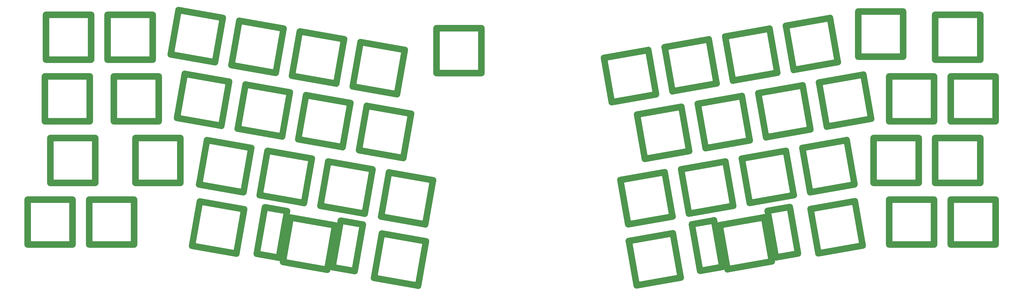
<source format=gbr>
G04 #@! TF.GenerationSoftware,KiCad,Pcbnew,(6.0.0-0)*
G04 #@! TF.CreationDate,2022-01-02T14:55:06+09:00*
G04 #@! TF.ProjectId,aliceball,616c6963-6562-4616-9c6c-2e6b69636164,rev?*
G04 #@! TF.SameCoordinates,Original*
G04 #@! TF.FileFunction,Copper,L1,Top*
G04 #@! TF.FilePolarity,Positive*
%FSLAX46Y46*%
G04 Gerber Fmt 4.6, Leading zero omitted, Abs format (unit mm)*
G04 Created by KiCad (PCBNEW (6.0.0-0)) date 2022-01-02 14:55:06*
%MOMM*%
%LPD*%
G01*
G04 APERTURE LIST*
G04 Aperture macros list*
%AMHorizOval*
0 Thick line with rounded ends*
0 $1 width*
0 $2 $3 position (X,Y) of the first rounded end (center of the circle)*
0 $4 $5 position (X,Y) of the second rounded end (center of the circle)*
0 Add line between two ends*
20,1,$1,$2,$3,$4,$5,0*
0 Add two circle primitives to create the rounded ends*
1,1,$1,$2,$3*
1,1,$1,$4,$5*%
G04 Aperture macros list end*
G04 #@! TA.AperFunction,ComponentPad*
%ADD10O,15.900000X2.000000*%
G04 #@! TD*
G04 #@! TA.AperFunction,ComponentPad*
%ADD11O,2.000000X15.900000*%
G04 #@! TD*
G04 #@! TA.AperFunction,ComponentPad*
%ADD12HorizOval,2.000000X-3.397587X0.599086X3.397587X-0.599086X0*%
G04 #@! TD*
G04 #@! TA.AperFunction,ComponentPad*
%ADD13HorizOval,2.000000X-6.844414X1.206855X6.844414X-1.206855X0*%
G04 #@! TD*
G04 #@! TA.AperFunction,ComponentPad*
%ADD14HorizOval,2.000000X1.206855X6.844414X-1.206855X-6.844414X0*%
G04 #@! TD*
G04 #@! TA.AperFunction,ComponentPad*
%ADD15HorizOval,2.000000X1.267632X7.189097X-1.267632X-7.189097X0*%
G04 #@! TD*
G04 #@! TA.AperFunction,ComponentPad*
%ADD16HorizOval,2.000000X-1.206855X-6.844414X1.206855X6.844414X0*%
G04 #@! TD*
G04 #@! TA.AperFunction,ComponentPad*
%ADD17HorizOval,2.000000X6.844414X1.206855X-6.844414X-1.206855X0*%
G04 #@! TD*
G04 #@! TA.AperFunction,ComponentPad*
%ADD18HorizOval,2.000000X-1.206855X6.844414X1.206855X-6.844414X0*%
G04 #@! TD*
G04 #@! TA.AperFunction,ComponentPad*
%ADD19HorizOval,2.000000X-1.267632X7.189097X1.267632X-7.189097X0*%
G04 #@! TD*
G04 #@! TA.AperFunction,ComponentPad*
%ADD20HorizOval,2.000000X-6.844414X-1.206855X6.844414X1.206855X0*%
G04 #@! TD*
G04 #@! TA.AperFunction,ComponentPad*
%ADD21HorizOval,2.000000X-3.397587X-0.599086X3.397587X0.599086X0*%
G04 #@! TD*
G04 APERTURE END LIST*
D10*
X55245000Y-55971817D03*
X55245000Y-42071817D03*
D11*
X62195000Y-49021817D03*
X48295000Y-49021817D03*
D10*
X53340000Y-36921817D03*
X53340000Y-23021817D03*
D11*
X60290000Y-29971817D03*
X46390000Y-29971817D03*
X28673500Y-68071817D03*
D10*
X35623500Y-75021817D03*
D11*
X42573500Y-68071817D03*
D10*
X35623500Y-61121817D03*
D11*
X41240000Y-29971817D03*
D10*
X34290000Y-23021817D03*
D11*
X27340000Y-29971817D03*
D10*
X34290000Y-36921817D03*
X33909000Y-42071817D03*
D11*
X26959000Y-49021817D03*
D10*
X33909000Y-55971817D03*
D11*
X40859000Y-49021817D03*
D12*
X98490679Y-83167050D03*
D13*
X109906007Y-86956877D03*
D14*
X115543566Y-95008146D03*
D15*
X124108299Y-95096742D03*
X93776220Y-89748378D03*
X100669874Y-90963915D03*
D13*
X107492297Y-100645705D03*
D15*
X117214645Y-93881205D03*
D12*
X95955415Y-97545243D03*
X121929103Y-87299877D03*
D14*
X101854738Y-92594436D03*
D12*
X119393840Y-101678070D03*
D11*
X40675000Y-87121817D03*
D10*
X47625000Y-94071817D03*
X47625000Y-80171817D03*
D11*
X54575000Y-87121817D03*
X54962500Y-68071817D03*
D10*
X61912500Y-75021817D03*
D11*
X68862500Y-68071817D03*
D10*
X61912500Y-61121817D03*
D16*
X67128532Y-28439637D03*
D13*
X75179801Y-22802078D03*
X72766091Y-36490906D03*
D16*
X80817360Y-30853347D03*
D11*
X35525000Y-87121817D03*
X21625000Y-87121817D03*
D10*
X28575000Y-94071817D03*
X28575000Y-80171817D03*
D13*
X91526678Y-39798904D03*
X93940388Y-26110076D03*
D16*
X85889119Y-31747635D03*
X99577947Y-34161345D03*
D13*
X138046887Y-91918873D03*
D16*
X143684446Y-99970142D03*
X129995618Y-97556432D03*
D13*
X135633177Y-105607701D03*
X112700976Y-29418074D03*
D16*
X104649707Y-35055633D03*
X118338535Y-37469343D03*
D13*
X110287266Y-43106902D03*
X129047854Y-46414901D03*
X131461564Y-32726073D03*
D16*
X123410295Y-38363632D03*
X137099123Y-40777342D03*
D10*
X314134500Y-80171817D03*
D11*
X307184500Y-87121817D03*
D10*
X314134500Y-94071817D03*
D11*
X321084500Y-87121817D03*
D10*
X314134500Y-55971817D03*
D11*
X307184500Y-49021817D03*
X321084500Y-49021817D03*
D10*
X314134500Y-42071817D03*
X309372000Y-75021817D03*
D11*
X302422000Y-68071817D03*
D10*
X309372000Y-61121817D03*
D11*
X316322000Y-68071817D03*
D10*
X309372000Y-36921817D03*
D11*
X316322000Y-29971817D03*
X302422000Y-29971817D03*
D10*
X309372000Y-23021817D03*
D11*
X288134500Y-49021817D03*
D10*
X295084500Y-42071817D03*
X295084500Y-55971817D03*
D11*
X302034500Y-49021817D03*
D17*
X214445189Y-91814991D03*
X216858899Y-105503819D03*
D18*
X208807630Y-99866260D03*
X222496458Y-97452550D03*
D17*
X268169378Y-62998090D03*
D18*
X276220647Y-68635649D03*
D17*
X270583088Y-76686918D03*
D18*
X262531819Y-71049359D03*
D17*
X265467939Y-38901103D03*
D18*
X257416670Y-33263544D03*
D17*
X263054229Y-25212275D03*
D18*
X271105498Y-30849834D03*
D13*
X77124767Y-42488906D03*
D16*
X82762326Y-50540175D03*
D13*
X74711057Y-56177734D03*
D16*
X69073498Y-48126465D03*
D11*
X292509500Y-29019317D03*
D10*
X285559500Y-35969317D03*
X285559500Y-22069317D03*
D11*
X278609500Y-29019317D03*
D16*
X127106221Y-77703078D03*
X113417393Y-75289368D03*
D13*
X121468662Y-69651809D03*
X119054952Y-83340637D03*
D18*
X257460059Y-71943647D03*
D17*
X251822500Y-79994916D03*
D18*
X243771231Y-74357357D03*
D17*
X249408790Y-66306088D03*
D16*
X73713856Y-87632439D03*
D13*
X79351415Y-95683708D03*
X81765125Y-81994880D03*
D16*
X87402684Y-90046149D03*
D17*
X225533054Y-31828270D03*
D18*
X233584323Y-37465829D03*
X219895495Y-39879539D03*
D17*
X227946764Y-45517098D03*
D18*
X243833738Y-55002458D03*
D17*
X235782469Y-49364899D03*
D18*
X230144910Y-57416168D03*
D17*
X238196179Y-63053727D03*
D18*
X281354914Y-48386462D03*
D17*
X275717355Y-56437731D03*
D18*
X267666086Y-50800172D03*
D17*
X273303645Y-42748903D03*
D18*
X248905498Y-54108170D03*
D17*
X254543057Y-46056901D03*
D18*
X262594326Y-51694460D03*
D17*
X256956767Y-59745729D03*
X270726952Y-81890998D03*
X273140662Y-95579826D03*
D18*
X278778221Y-87528557D03*
X265089393Y-89942267D03*
D17*
X211887615Y-72922083D03*
D18*
X219938884Y-78559642D03*
D17*
X214301325Y-86610911D03*
D18*
X206250056Y-80973352D03*
D13*
X133406530Y-52412899D03*
D16*
X125355261Y-58050458D03*
X139044089Y-60464168D03*
D13*
X130992820Y-66101727D03*
D16*
X106594673Y-54742460D03*
D13*
X114645942Y-49104901D03*
X112232232Y-62793729D03*
D16*
X120283501Y-57156170D03*
D10*
X290322000Y-75021817D03*
D11*
X283372000Y-68071817D03*
X297272000Y-68071817D03*
D10*
X290322000Y-61121817D03*
D16*
X108345633Y-74395080D03*
D13*
X102708074Y-66343811D03*
D16*
X94656805Y-71981370D03*
D13*
X100294364Y-80032639D03*
X140229250Y-72959805D03*
X137815540Y-86648633D03*
D16*
X145866809Y-81011074D03*
X132177981Y-78597364D03*
D17*
X209186176Y-48825096D03*
D18*
X201134907Y-43187537D03*
X214823735Y-40773827D03*
D17*
X206772466Y-35136268D03*
D13*
X93471645Y-59485731D03*
X95885355Y-45796903D03*
D16*
X101522914Y-53848172D03*
X87834086Y-51434462D03*
D17*
X244293642Y-28520273D03*
D18*
X252344911Y-34157832D03*
X238656083Y-36571542D03*
D17*
X246707352Y-42209101D03*
D19*
X258715858Y-89644495D03*
X235277433Y-93777322D03*
D20*
X242586071Y-86852994D03*
X244999781Y-100541822D03*
D18*
X236948512Y-94904263D03*
D21*
X254001399Y-83063167D03*
D19*
X228383779Y-94992859D03*
D21*
X233098238Y-101574187D03*
X230562975Y-87195994D03*
D19*
X251822204Y-90860032D03*
D18*
X250637340Y-92490553D03*
D21*
X256536663Y-97441360D03*
D11*
X288134500Y-87121817D03*
X302034500Y-87121817D03*
D10*
X295084500Y-80171817D03*
X295084500Y-94071817D03*
D17*
X230648203Y-69614086D03*
X233061913Y-83302914D03*
D18*
X238699472Y-75251645D03*
X225010644Y-77665355D03*
D16*
X75896218Y-68673371D03*
X89585046Y-71087081D03*
D13*
X81533777Y-76724640D03*
X83947487Y-63035812D03*
D10*
X155067000Y-27149500D03*
X155067000Y-41049500D03*
D11*
X148117000Y-34099500D03*
X162017000Y-34099500D03*
D18*
X225073151Y-58310456D03*
D17*
X219435592Y-66361725D03*
D18*
X211384323Y-60724166D03*
D17*
X217021882Y-52672897D03*
M02*

</source>
